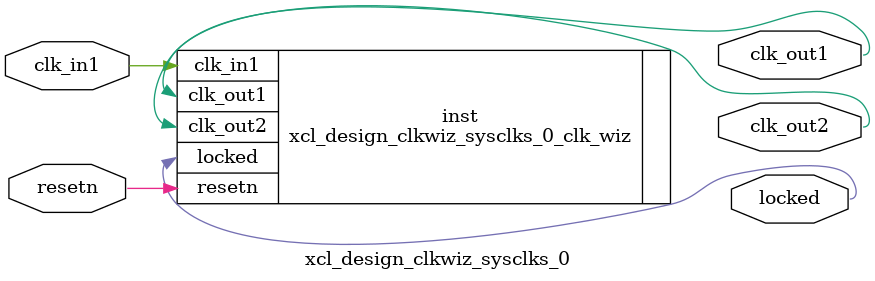
<source format=v>


`timescale 1ps/1ps

(* CORE_GENERATION_INFO = "xcl_design_clkwiz_sysclks_0,clk_wiz_v5_3_2_0,{component_name=xcl_design_clkwiz_sysclks_0,use_phase_alignment=false,use_min_o_jitter=false,use_max_i_jitter=false,use_dyn_phase_shift=false,use_inclk_switchover=false,use_dyn_reconfig=false,enable_axi=0,feedback_source=FDBK_AUTO,PRIMITIVE=PLL,num_out_clk=2,clkin1_period=10.0,clkin2_period=10.0,use_power_down=false,use_reset=true,use_locked=true,use_inclk_stopped=false,feedback_type=SINGLE,CLOCK_MGR_TYPE=NA,manual_override=false}" *)

module xcl_design_clkwiz_sysclks_0 
 (
  // Clock out ports
  output        clk_out1,
  output        clk_out2,
  // Status and control signals
  input         resetn,
  output        locked,
 // Clock in ports
  input         clk_in1
 );

  xcl_design_clkwiz_sysclks_0_clk_wiz inst
  (
  // Clock out ports  
  .clk_out1(clk_out1),
  .clk_out2(clk_out2),
  // Status and control signals               
  .resetn(resetn), 
  .locked(locked),
 // Clock in ports
  .clk_in1(clk_in1)
  );

endmodule

</source>
